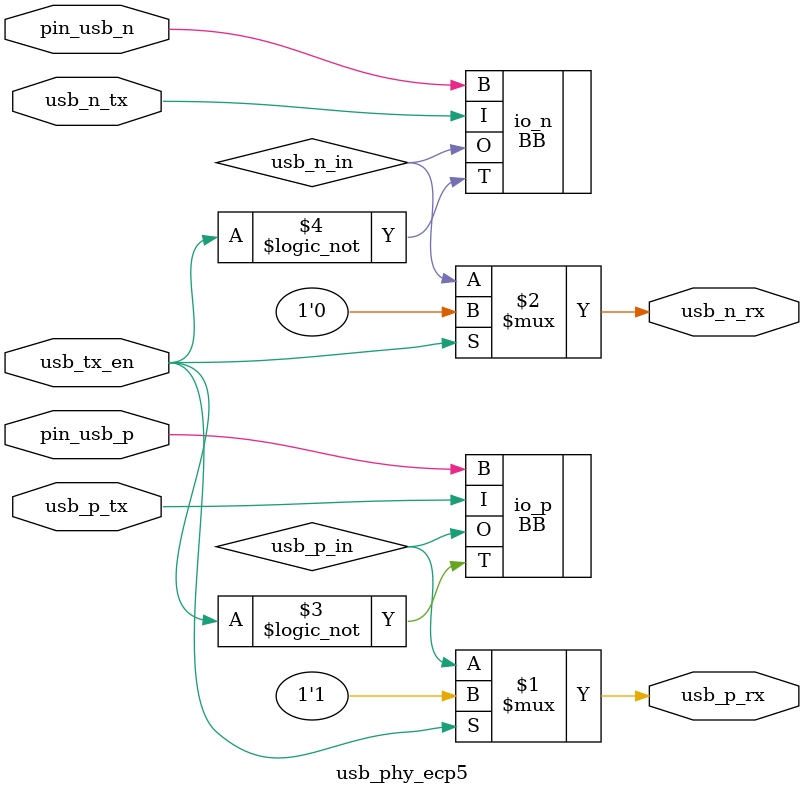
<source format=v>
/*
  usb_phy_ecp5

  USB PHY for the Lattice ECP5 family.

  ----------------------------------------------------
  usb_phy_ecp5 u_u (
    // USB pins
    .pin_usb_p( pin_usb_p ),
    .pin_usb_n( pin_usb_n ),

    // USB signals
    input  usb_p_tx,
    input  usb_n_tx,
    output usb_p_rx,
    output usb_n_rx,
    input  usb_tx_en,
  );
*/
module usb_phy_ecp5 (
  // USB pins
  inout  pin_usb_p,
  inout  pin_usb_n,

  // USB signals
  input  usb_p_tx,
  input  usb_n_tx,
  output usb_p_rx,
  output usb_n_rx,
  input  usb_tx_en,
);

wire usb_p_in;
wire usb_n_in;

assign usb_p_rx = usb_tx_en ? 1'b1 : usb_p_in;
assign usb_n_rx = usb_tx_en ? 1'b0 : usb_n_in;

// T = TRISTATE (not transmit)
BB io_p( .I( usb_p_tx ), .T( !usb_tx_en ), .O( usb_p_in ), .B( pin_usb_p ) );
BB io_n( .I( usb_n_tx ), .T( !usb_tx_en ), .O( usb_n_in ), .B( pin_usb_n ) );

endmodule

</source>
